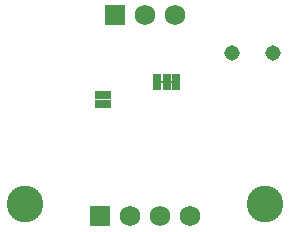
<source format=gbr>
G04 EAGLE Gerber RS-274X export*
G75*
%MOMM*%
%FSLAX34Y34*%
%LPD*%
%AMOC8*
5,1,8,0,0,1.08239X$1,22.5*%
G01*
%ADD10C,3.101600*%
%ADD11R,1.752600X1.752600*%
%ADD12C,1.752600*%
%ADD13R,0.736600X1.371600*%
%ADD14C,0.203200*%
%ADD15R,1.371600X0.736600*%
%ADD16C,1.309600*%


D10*
X25400Y25400D03*
X228600Y25400D03*
D11*
X88900Y15000D03*
D12*
X114300Y15000D03*
X139700Y15000D03*
X165100Y15000D03*
D11*
X101600Y185000D03*
D12*
X127000Y185000D03*
X152400Y185000D03*
D13*
X153416Y128844D03*
X145288Y128844D03*
X137160Y128844D03*
D14*
X136398Y128844D02*
X153924Y128844D01*
D15*
X90932Y109540D03*
X90932Y117668D03*
D16*
X200178Y153416D03*
X235178Y153416D03*
M02*

</source>
